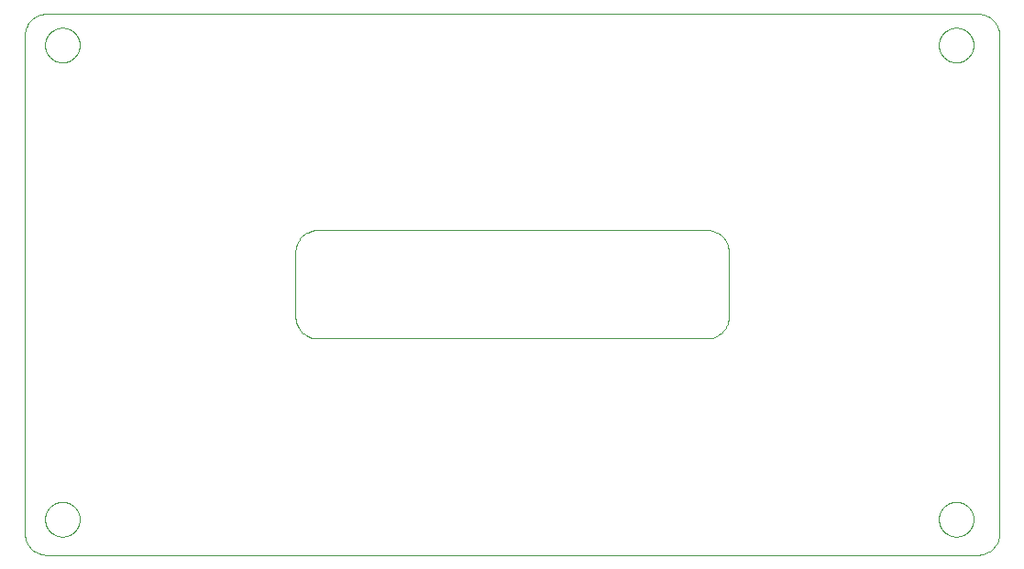
<source format=gbp>
G75*
%MOIN*%
%OFA0B0*%
%FSLAX25Y25*%
%IPPOS*%
%LPD*%
%AMOC8*
5,1,8,0,0,1.08239X$1,22.5*
%
%ADD10C,0.00000*%
%ADD11C,0.00394*%
D10*
X0010201Y0016977D02*
X0010203Y0017135D01*
X0010209Y0017293D01*
X0010219Y0017451D01*
X0010233Y0017609D01*
X0010251Y0017766D01*
X0010272Y0017923D01*
X0010298Y0018079D01*
X0010328Y0018235D01*
X0010361Y0018390D01*
X0010399Y0018543D01*
X0010440Y0018696D01*
X0010485Y0018848D01*
X0010534Y0018999D01*
X0010587Y0019148D01*
X0010643Y0019296D01*
X0010703Y0019442D01*
X0010767Y0019587D01*
X0010835Y0019730D01*
X0010906Y0019872D01*
X0010980Y0020012D01*
X0011058Y0020149D01*
X0011140Y0020285D01*
X0011224Y0020419D01*
X0011313Y0020550D01*
X0011404Y0020679D01*
X0011499Y0020806D01*
X0011596Y0020931D01*
X0011697Y0021053D01*
X0011801Y0021172D01*
X0011908Y0021289D01*
X0012018Y0021403D01*
X0012131Y0021514D01*
X0012246Y0021623D01*
X0012364Y0021728D01*
X0012485Y0021830D01*
X0012608Y0021930D01*
X0012734Y0022026D01*
X0012862Y0022119D01*
X0012992Y0022209D01*
X0013125Y0022295D01*
X0013260Y0022379D01*
X0013396Y0022458D01*
X0013535Y0022535D01*
X0013676Y0022607D01*
X0013818Y0022677D01*
X0013962Y0022742D01*
X0014108Y0022804D01*
X0014255Y0022862D01*
X0014404Y0022917D01*
X0014554Y0022968D01*
X0014705Y0023015D01*
X0014857Y0023058D01*
X0015010Y0023097D01*
X0015165Y0023133D01*
X0015320Y0023164D01*
X0015476Y0023192D01*
X0015632Y0023216D01*
X0015789Y0023236D01*
X0015947Y0023252D01*
X0016104Y0023264D01*
X0016263Y0023272D01*
X0016421Y0023276D01*
X0016579Y0023276D01*
X0016737Y0023272D01*
X0016896Y0023264D01*
X0017053Y0023252D01*
X0017211Y0023236D01*
X0017368Y0023216D01*
X0017524Y0023192D01*
X0017680Y0023164D01*
X0017835Y0023133D01*
X0017990Y0023097D01*
X0018143Y0023058D01*
X0018295Y0023015D01*
X0018446Y0022968D01*
X0018596Y0022917D01*
X0018745Y0022862D01*
X0018892Y0022804D01*
X0019038Y0022742D01*
X0019182Y0022677D01*
X0019324Y0022607D01*
X0019465Y0022535D01*
X0019604Y0022458D01*
X0019740Y0022379D01*
X0019875Y0022295D01*
X0020008Y0022209D01*
X0020138Y0022119D01*
X0020266Y0022026D01*
X0020392Y0021930D01*
X0020515Y0021830D01*
X0020636Y0021728D01*
X0020754Y0021623D01*
X0020869Y0021514D01*
X0020982Y0021403D01*
X0021092Y0021289D01*
X0021199Y0021172D01*
X0021303Y0021053D01*
X0021404Y0020931D01*
X0021501Y0020806D01*
X0021596Y0020679D01*
X0021687Y0020550D01*
X0021776Y0020419D01*
X0021860Y0020285D01*
X0021942Y0020149D01*
X0022020Y0020012D01*
X0022094Y0019872D01*
X0022165Y0019730D01*
X0022233Y0019587D01*
X0022297Y0019442D01*
X0022357Y0019296D01*
X0022413Y0019148D01*
X0022466Y0018999D01*
X0022515Y0018848D01*
X0022560Y0018696D01*
X0022601Y0018543D01*
X0022639Y0018390D01*
X0022672Y0018235D01*
X0022702Y0018079D01*
X0022728Y0017923D01*
X0022749Y0017766D01*
X0022767Y0017609D01*
X0022781Y0017451D01*
X0022791Y0017293D01*
X0022797Y0017135D01*
X0022799Y0016977D01*
X0022797Y0016819D01*
X0022791Y0016661D01*
X0022781Y0016503D01*
X0022767Y0016345D01*
X0022749Y0016188D01*
X0022728Y0016031D01*
X0022702Y0015875D01*
X0022672Y0015719D01*
X0022639Y0015564D01*
X0022601Y0015411D01*
X0022560Y0015258D01*
X0022515Y0015106D01*
X0022466Y0014955D01*
X0022413Y0014806D01*
X0022357Y0014658D01*
X0022297Y0014512D01*
X0022233Y0014367D01*
X0022165Y0014224D01*
X0022094Y0014082D01*
X0022020Y0013942D01*
X0021942Y0013805D01*
X0021860Y0013669D01*
X0021776Y0013535D01*
X0021687Y0013404D01*
X0021596Y0013275D01*
X0021501Y0013148D01*
X0021404Y0013023D01*
X0021303Y0012901D01*
X0021199Y0012782D01*
X0021092Y0012665D01*
X0020982Y0012551D01*
X0020869Y0012440D01*
X0020754Y0012331D01*
X0020636Y0012226D01*
X0020515Y0012124D01*
X0020392Y0012024D01*
X0020266Y0011928D01*
X0020138Y0011835D01*
X0020008Y0011745D01*
X0019875Y0011659D01*
X0019740Y0011575D01*
X0019604Y0011496D01*
X0019465Y0011419D01*
X0019324Y0011347D01*
X0019182Y0011277D01*
X0019038Y0011212D01*
X0018892Y0011150D01*
X0018745Y0011092D01*
X0018596Y0011037D01*
X0018446Y0010986D01*
X0018295Y0010939D01*
X0018143Y0010896D01*
X0017990Y0010857D01*
X0017835Y0010821D01*
X0017680Y0010790D01*
X0017524Y0010762D01*
X0017368Y0010738D01*
X0017211Y0010718D01*
X0017053Y0010702D01*
X0016896Y0010690D01*
X0016737Y0010682D01*
X0016579Y0010678D01*
X0016421Y0010678D01*
X0016263Y0010682D01*
X0016104Y0010690D01*
X0015947Y0010702D01*
X0015789Y0010718D01*
X0015632Y0010738D01*
X0015476Y0010762D01*
X0015320Y0010790D01*
X0015165Y0010821D01*
X0015010Y0010857D01*
X0014857Y0010896D01*
X0014705Y0010939D01*
X0014554Y0010986D01*
X0014404Y0011037D01*
X0014255Y0011092D01*
X0014108Y0011150D01*
X0013962Y0011212D01*
X0013818Y0011277D01*
X0013676Y0011347D01*
X0013535Y0011419D01*
X0013396Y0011496D01*
X0013260Y0011575D01*
X0013125Y0011659D01*
X0012992Y0011745D01*
X0012862Y0011835D01*
X0012734Y0011928D01*
X0012608Y0012024D01*
X0012485Y0012124D01*
X0012364Y0012226D01*
X0012246Y0012331D01*
X0012131Y0012440D01*
X0012018Y0012551D01*
X0011908Y0012665D01*
X0011801Y0012782D01*
X0011697Y0012901D01*
X0011596Y0013023D01*
X0011499Y0013148D01*
X0011404Y0013275D01*
X0011313Y0013404D01*
X0011224Y0013535D01*
X0011140Y0013669D01*
X0011058Y0013805D01*
X0010980Y0013942D01*
X0010906Y0014082D01*
X0010835Y0014224D01*
X0010767Y0014367D01*
X0010703Y0014512D01*
X0010643Y0014658D01*
X0010587Y0014806D01*
X0010534Y0014955D01*
X0010485Y0015106D01*
X0010440Y0015258D01*
X0010399Y0015411D01*
X0010361Y0015564D01*
X0010328Y0015719D01*
X0010298Y0015875D01*
X0010272Y0016031D01*
X0010251Y0016188D01*
X0010233Y0016345D01*
X0010219Y0016503D01*
X0010209Y0016661D01*
X0010203Y0016819D01*
X0010201Y0016977D01*
X0010201Y0189477D02*
X0010203Y0189635D01*
X0010209Y0189793D01*
X0010219Y0189951D01*
X0010233Y0190109D01*
X0010251Y0190266D01*
X0010272Y0190423D01*
X0010298Y0190579D01*
X0010328Y0190735D01*
X0010361Y0190890D01*
X0010399Y0191043D01*
X0010440Y0191196D01*
X0010485Y0191348D01*
X0010534Y0191499D01*
X0010587Y0191648D01*
X0010643Y0191796D01*
X0010703Y0191942D01*
X0010767Y0192087D01*
X0010835Y0192230D01*
X0010906Y0192372D01*
X0010980Y0192512D01*
X0011058Y0192649D01*
X0011140Y0192785D01*
X0011224Y0192919D01*
X0011313Y0193050D01*
X0011404Y0193179D01*
X0011499Y0193306D01*
X0011596Y0193431D01*
X0011697Y0193553D01*
X0011801Y0193672D01*
X0011908Y0193789D01*
X0012018Y0193903D01*
X0012131Y0194014D01*
X0012246Y0194123D01*
X0012364Y0194228D01*
X0012485Y0194330D01*
X0012608Y0194430D01*
X0012734Y0194526D01*
X0012862Y0194619D01*
X0012992Y0194709D01*
X0013125Y0194795D01*
X0013260Y0194879D01*
X0013396Y0194958D01*
X0013535Y0195035D01*
X0013676Y0195107D01*
X0013818Y0195177D01*
X0013962Y0195242D01*
X0014108Y0195304D01*
X0014255Y0195362D01*
X0014404Y0195417D01*
X0014554Y0195468D01*
X0014705Y0195515D01*
X0014857Y0195558D01*
X0015010Y0195597D01*
X0015165Y0195633D01*
X0015320Y0195664D01*
X0015476Y0195692D01*
X0015632Y0195716D01*
X0015789Y0195736D01*
X0015947Y0195752D01*
X0016104Y0195764D01*
X0016263Y0195772D01*
X0016421Y0195776D01*
X0016579Y0195776D01*
X0016737Y0195772D01*
X0016896Y0195764D01*
X0017053Y0195752D01*
X0017211Y0195736D01*
X0017368Y0195716D01*
X0017524Y0195692D01*
X0017680Y0195664D01*
X0017835Y0195633D01*
X0017990Y0195597D01*
X0018143Y0195558D01*
X0018295Y0195515D01*
X0018446Y0195468D01*
X0018596Y0195417D01*
X0018745Y0195362D01*
X0018892Y0195304D01*
X0019038Y0195242D01*
X0019182Y0195177D01*
X0019324Y0195107D01*
X0019465Y0195035D01*
X0019604Y0194958D01*
X0019740Y0194879D01*
X0019875Y0194795D01*
X0020008Y0194709D01*
X0020138Y0194619D01*
X0020266Y0194526D01*
X0020392Y0194430D01*
X0020515Y0194330D01*
X0020636Y0194228D01*
X0020754Y0194123D01*
X0020869Y0194014D01*
X0020982Y0193903D01*
X0021092Y0193789D01*
X0021199Y0193672D01*
X0021303Y0193553D01*
X0021404Y0193431D01*
X0021501Y0193306D01*
X0021596Y0193179D01*
X0021687Y0193050D01*
X0021776Y0192919D01*
X0021860Y0192785D01*
X0021942Y0192649D01*
X0022020Y0192512D01*
X0022094Y0192372D01*
X0022165Y0192230D01*
X0022233Y0192087D01*
X0022297Y0191942D01*
X0022357Y0191796D01*
X0022413Y0191648D01*
X0022466Y0191499D01*
X0022515Y0191348D01*
X0022560Y0191196D01*
X0022601Y0191043D01*
X0022639Y0190890D01*
X0022672Y0190735D01*
X0022702Y0190579D01*
X0022728Y0190423D01*
X0022749Y0190266D01*
X0022767Y0190109D01*
X0022781Y0189951D01*
X0022791Y0189793D01*
X0022797Y0189635D01*
X0022799Y0189477D01*
X0022797Y0189319D01*
X0022791Y0189161D01*
X0022781Y0189003D01*
X0022767Y0188845D01*
X0022749Y0188688D01*
X0022728Y0188531D01*
X0022702Y0188375D01*
X0022672Y0188219D01*
X0022639Y0188064D01*
X0022601Y0187911D01*
X0022560Y0187758D01*
X0022515Y0187606D01*
X0022466Y0187455D01*
X0022413Y0187306D01*
X0022357Y0187158D01*
X0022297Y0187012D01*
X0022233Y0186867D01*
X0022165Y0186724D01*
X0022094Y0186582D01*
X0022020Y0186442D01*
X0021942Y0186305D01*
X0021860Y0186169D01*
X0021776Y0186035D01*
X0021687Y0185904D01*
X0021596Y0185775D01*
X0021501Y0185648D01*
X0021404Y0185523D01*
X0021303Y0185401D01*
X0021199Y0185282D01*
X0021092Y0185165D01*
X0020982Y0185051D01*
X0020869Y0184940D01*
X0020754Y0184831D01*
X0020636Y0184726D01*
X0020515Y0184624D01*
X0020392Y0184524D01*
X0020266Y0184428D01*
X0020138Y0184335D01*
X0020008Y0184245D01*
X0019875Y0184159D01*
X0019740Y0184075D01*
X0019604Y0183996D01*
X0019465Y0183919D01*
X0019324Y0183847D01*
X0019182Y0183777D01*
X0019038Y0183712D01*
X0018892Y0183650D01*
X0018745Y0183592D01*
X0018596Y0183537D01*
X0018446Y0183486D01*
X0018295Y0183439D01*
X0018143Y0183396D01*
X0017990Y0183357D01*
X0017835Y0183321D01*
X0017680Y0183290D01*
X0017524Y0183262D01*
X0017368Y0183238D01*
X0017211Y0183218D01*
X0017053Y0183202D01*
X0016896Y0183190D01*
X0016737Y0183182D01*
X0016579Y0183178D01*
X0016421Y0183178D01*
X0016263Y0183182D01*
X0016104Y0183190D01*
X0015947Y0183202D01*
X0015789Y0183218D01*
X0015632Y0183238D01*
X0015476Y0183262D01*
X0015320Y0183290D01*
X0015165Y0183321D01*
X0015010Y0183357D01*
X0014857Y0183396D01*
X0014705Y0183439D01*
X0014554Y0183486D01*
X0014404Y0183537D01*
X0014255Y0183592D01*
X0014108Y0183650D01*
X0013962Y0183712D01*
X0013818Y0183777D01*
X0013676Y0183847D01*
X0013535Y0183919D01*
X0013396Y0183996D01*
X0013260Y0184075D01*
X0013125Y0184159D01*
X0012992Y0184245D01*
X0012862Y0184335D01*
X0012734Y0184428D01*
X0012608Y0184524D01*
X0012485Y0184624D01*
X0012364Y0184726D01*
X0012246Y0184831D01*
X0012131Y0184940D01*
X0012018Y0185051D01*
X0011908Y0185165D01*
X0011801Y0185282D01*
X0011697Y0185401D01*
X0011596Y0185523D01*
X0011499Y0185648D01*
X0011404Y0185775D01*
X0011313Y0185904D01*
X0011224Y0186035D01*
X0011140Y0186169D01*
X0011058Y0186305D01*
X0010980Y0186442D01*
X0010906Y0186582D01*
X0010835Y0186724D01*
X0010767Y0186867D01*
X0010703Y0187012D01*
X0010643Y0187158D01*
X0010587Y0187306D01*
X0010534Y0187455D01*
X0010485Y0187606D01*
X0010440Y0187758D01*
X0010399Y0187911D01*
X0010361Y0188064D01*
X0010328Y0188219D01*
X0010298Y0188375D01*
X0010272Y0188531D01*
X0010251Y0188688D01*
X0010233Y0188845D01*
X0010219Y0189003D01*
X0010209Y0189161D01*
X0010203Y0189319D01*
X0010201Y0189477D01*
X0335201Y0189477D02*
X0335203Y0189635D01*
X0335209Y0189793D01*
X0335219Y0189951D01*
X0335233Y0190109D01*
X0335251Y0190266D01*
X0335272Y0190423D01*
X0335298Y0190579D01*
X0335328Y0190735D01*
X0335361Y0190890D01*
X0335399Y0191043D01*
X0335440Y0191196D01*
X0335485Y0191348D01*
X0335534Y0191499D01*
X0335587Y0191648D01*
X0335643Y0191796D01*
X0335703Y0191942D01*
X0335767Y0192087D01*
X0335835Y0192230D01*
X0335906Y0192372D01*
X0335980Y0192512D01*
X0336058Y0192649D01*
X0336140Y0192785D01*
X0336224Y0192919D01*
X0336313Y0193050D01*
X0336404Y0193179D01*
X0336499Y0193306D01*
X0336596Y0193431D01*
X0336697Y0193553D01*
X0336801Y0193672D01*
X0336908Y0193789D01*
X0337018Y0193903D01*
X0337131Y0194014D01*
X0337246Y0194123D01*
X0337364Y0194228D01*
X0337485Y0194330D01*
X0337608Y0194430D01*
X0337734Y0194526D01*
X0337862Y0194619D01*
X0337992Y0194709D01*
X0338125Y0194795D01*
X0338260Y0194879D01*
X0338396Y0194958D01*
X0338535Y0195035D01*
X0338676Y0195107D01*
X0338818Y0195177D01*
X0338962Y0195242D01*
X0339108Y0195304D01*
X0339255Y0195362D01*
X0339404Y0195417D01*
X0339554Y0195468D01*
X0339705Y0195515D01*
X0339857Y0195558D01*
X0340010Y0195597D01*
X0340165Y0195633D01*
X0340320Y0195664D01*
X0340476Y0195692D01*
X0340632Y0195716D01*
X0340789Y0195736D01*
X0340947Y0195752D01*
X0341104Y0195764D01*
X0341263Y0195772D01*
X0341421Y0195776D01*
X0341579Y0195776D01*
X0341737Y0195772D01*
X0341896Y0195764D01*
X0342053Y0195752D01*
X0342211Y0195736D01*
X0342368Y0195716D01*
X0342524Y0195692D01*
X0342680Y0195664D01*
X0342835Y0195633D01*
X0342990Y0195597D01*
X0343143Y0195558D01*
X0343295Y0195515D01*
X0343446Y0195468D01*
X0343596Y0195417D01*
X0343745Y0195362D01*
X0343892Y0195304D01*
X0344038Y0195242D01*
X0344182Y0195177D01*
X0344324Y0195107D01*
X0344465Y0195035D01*
X0344604Y0194958D01*
X0344740Y0194879D01*
X0344875Y0194795D01*
X0345008Y0194709D01*
X0345138Y0194619D01*
X0345266Y0194526D01*
X0345392Y0194430D01*
X0345515Y0194330D01*
X0345636Y0194228D01*
X0345754Y0194123D01*
X0345869Y0194014D01*
X0345982Y0193903D01*
X0346092Y0193789D01*
X0346199Y0193672D01*
X0346303Y0193553D01*
X0346404Y0193431D01*
X0346501Y0193306D01*
X0346596Y0193179D01*
X0346687Y0193050D01*
X0346776Y0192919D01*
X0346860Y0192785D01*
X0346942Y0192649D01*
X0347020Y0192512D01*
X0347094Y0192372D01*
X0347165Y0192230D01*
X0347233Y0192087D01*
X0347297Y0191942D01*
X0347357Y0191796D01*
X0347413Y0191648D01*
X0347466Y0191499D01*
X0347515Y0191348D01*
X0347560Y0191196D01*
X0347601Y0191043D01*
X0347639Y0190890D01*
X0347672Y0190735D01*
X0347702Y0190579D01*
X0347728Y0190423D01*
X0347749Y0190266D01*
X0347767Y0190109D01*
X0347781Y0189951D01*
X0347791Y0189793D01*
X0347797Y0189635D01*
X0347799Y0189477D01*
X0347797Y0189319D01*
X0347791Y0189161D01*
X0347781Y0189003D01*
X0347767Y0188845D01*
X0347749Y0188688D01*
X0347728Y0188531D01*
X0347702Y0188375D01*
X0347672Y0188219D01*
X0347639Y0188064D01*
X0347601Y0187911D01*
X0347560Y0187758D01*
X0347515Y0187606D01*
X0347466Y0187455D01*
X0347413Y0187306D01*
X0347357Y0187158D01*
X0347297Y0187012D01*
X0347233Y0186867D01*
X0347165Y0186724D01*
X0347094Y0186582D01*
X0347020Y0186442D01*
X0346942Y0186305D01*
X0346860Y0186169D01*
X0346776Y0186035D01*
X0346687Y0185904D01*
X0346596Y0185775D01*
X0346501Y0185648D01*
X0346404Y0185523D01*
X0346303Y0185401D01*
X0346199Y0185282D01*
X0346092Y0185165D01*
X0345982Y0185051D01*
X0345869Y0184940D01*
X0345754Y0184831D01*
X0345636Y0184726D01*
X0345515Y0184624D01*
X0345392Y0184524D01*
X0345266Y0184428D01*
X0345138Y0184335D01*
X0345008Y0184245D01*
X0344875Y0184159D01*
X0344740Y0184075D01*
X0344604Y0183996D01*
X0344465Y0183919D01*
X0344324Y0183847D01*
X0344182Y0183777D01*
X0344038Y0183712D01*
X0343892Y0183650D01*
X0343745Y0183592D01*
X0343596Y0183537D01*
X0343446Y0183486D01*
X0343295Y0183439D01*
X0343143Y0183396D01*
X0342990Y0183357D01*
X0342835Y0183321D01*
X0342680Y0183290D01*
X0342524Y0183262D01*
X0342368Y0183238D01*
X0342211Y0183218D01*
X0342053Y0183202D01*
X0341896Y0183190D01*
X0341737Y0183182D01*
X0341579Y0183178D01*
X0341421Y0183178D01*
X0341263Y0183182D01*
X0341104Y0183190D01*
X0340947Y0183202D01*
X0340789Y0183218D01*
X0340632Y0183238D01*
X0340476Y0183262D01*
X0340320Y0183290D01*
X0340165Y0183321D01*
X0340010Y0183357D01*
X0339857Y0183396D01*
X0339705Y0183439D01*
X0339554Y0183486D01*
X0339404Y0183537D01*
X0339255Y0183592D01*
X0339108Y0183650D01*
X0338962Y0183712D01*
X0338818Y0183777D01*
X0338676Y0183847D01*
X0338535Y0183919D01*
X0338396Y0183996D01*
X0338260Y0184075D01*
X0338125Y0184159D01*
X0337992Y0184245D01*
X0337862Y0184335D01*
X0337734Y0184428D01*
X0337608Y0184524D01*
X0337485Y0184624D01*
X0337364Y0184726D01*
X0337246Y0184831D01*
X0337131Y0184940D01*
X0337018Y0185051D01*
X0336908Y0185165D01*
X0336801Y0185282D01*
X0336697Y0185401D01*
X0336596Y0185523D01*
X0336499Y0185648D01*
X0336404Y0185775D01*
X0336313Y0185904D01*
X0336224Y0186035D01*
X0336140Y0186169D01*
X0336058Y0186305D01*
X0335980Y0186442D01*
X0335906Y0186582D01*
X0335835Y0186724D01*
X0335767Y0186867D01*
X0335703Y0187012D01*
X0335643Y0187158D01*
X0335587Y0187306D01*
X0335534Y0187455D01*
X0335485Y0187606D01*
X0335440Y0187758D01*
X0335399Y0187911D01*
X0335361Y0188064D01*
X0335328Y0188219D01*
X0335298Y0188375D01*
X0335272Y0188531D01*
X0335251Y0188688D01*
X0335233Y0188845D01*
X0335219Y0189003D01*
X0335209Y0189161D01*
X0335203Y0189319D01*
X0335201Y0189477D01*
X0335201Y0016977D02*
X0335203Y0017135D01*
X0335209Y0017293D01*
X0335219Y0017451D01*
X0335233Y0017609D01*
X0335251Y0017766D01*
X0335272Y0017923D01*
X0335298Y0018079D01*
X0335328Y0018235D01*
X0335361Y0018390D01*
X0335399Y0018543D01*
X0335440Y0018696D01*
X0335485Y0018848D01*
X0335534Y0018999D01*
X0335587Y0019148D01*
X0335643Y0019296D01*
X0335703Y0019442D01*
X0335767Y0019587D01*
X0335835Y0019730D01*
X0335906Y0019872D01*
X0335980Y0020012D01*
X0336058Y0020149D01*
X0336140Y0020285D01*
X0336224Y0020419D01*
X0336313Y0020550D01*
X0336404Y0020679D01*
X0336499Y0020806D01*
X0336596Y0020931D01*
X0336697Y0021053D01*
X0336801Y0021172D01*
X0336908Y0021289D01*
X0337018Y0021403D01*
X0337131Y0021514D01*
X0337246Y0021623D01*
X0337364Y0021728D01*
X0337485Y0021830D01*
X0337608Y0021930D01*
X0337734Y0022026D01*
X0337862Y0022119D01*
X0337992Y0022209D01*
X0338125Y0022295D01*
X0338260Y0022379D01*
X0338396Y0022458D01*
X0338535Y0022535D01*
X0338676Y0022607D01*
X0338818Y0022677D01*
X0338962Y0022742D01*
X0339108Y0022804D01*
X0339255Y0022862D01*
X0339404Y0022917D01*
X0339554Y0022968D01*
X0339705Y0023015D01*
X0339857Y0023058D01*
X0340010Y0023097D01*
X0340165Y0023133D01*
X0340320Y0023164D01*
X0340476Y0023192D01*
X0340632Y0023216D01*
X0340789Y0023236D01*
X0340947Y0023252D01*
X0341104Y0023264D01*
X0341263Y0023272D01*
X0341421Y0023276D01*
X0341579Y0023276D01*
X0341737Y0023272D01*
X0341896Y0023264D01*
X0342053Y0023252D01*
X0342211Y0023236D01*
X0342368Y0023216D01*
X0342524Y0023192D01*
X0342680Y0023164D01*
X0342835Y0023133D01*
X0342990Y0023097D01*
X0343143Y0023058D01*
X0343295Y0023015D01*
X0343446Y0022968D01*
X0343596Y0022917D01*
X0343745Y0022862D01*
X0343892Y0022804D01*
X0344038Y0022742D01*
X0344182Y0022677D01*
X0344324Y0022607D01*
X0344465Y0022535D01*
X0344604Y0022458D01*
X0344740Y0022379D01*
X0344875Y0022295D01*
X0345008Y0022209D01*
X0345138Y0022119D01*
X0345266Y0022026D01*
X0345392Y0021930D01*
X0345515Y0021830D01*
X0345636Y0021728D01*
X0345754Y0021623D01*
X0345869Y0021514D01*
X0345982Y0021403D01*
X0346092Y0021289D01*
X0346199Y0021172D01*
X0346303Y0021053D01*
X0346404Y0020931D01*
X0346501Y0020806D01*
X0346596Y0020679D01*
X0346687Y0020550D01*
X0346776Y0020419D01*
X0346860Y0020285D01*
X0346942Y0020149D01*
X0347020Y0020012D01*
X0347094Y0019872D01*
X0347165Y0019730D01*
X0347233Y0019587D01*
X0347297Y0019442D01*
X0347357Y0019296D01*
X0347413Y0019148D01*
X0347466Y0018999D01*
X0347515Y0018848D01*
X0347560Y0018696D01*
X0347601Y0018543D01*
X0347639Y0018390D01*
X0347672Y0018235D01*
X0347702Y0018079D01*
X0347728Y0017923D01*
X0347749Y0017766D01*
X0347767Y0017609D01*
X0347781Y0017451D01*
X0347791Y0017293D01*
X0347797Y0017135D01*
X0347799Y0016977D01*
X0347797Y0016819D01*
X0347791Y0016661D01*
X0347781Y0016503D01*
X0347767Y0016345D01*
X0347749Y0016188D01*
X0347728Y0016031D01*
X0347702Y0015875D01*
X0347672Y0015719D01*
X0347639Y0015564D01*
X0347601Y0015411D01*
X0347560Y0015258D01*
X0347515Y0015106D01*
X0347466Y0014955D01*
X0347413Y0014806D01*
X0347357Y0014658D01*
X0347297Y0014512D01*
X0347233Y0014367D01*
X0347165Y0014224D01*
X0347094Y0014082D01*
X0347020Y0013942D01*
X0346942Y0013805D01*
X0346860Y0013669D01*
X0346776Y0013535D01*
X0346687Y0013404D01*
X0346596Y0013275D01*
X0346501Y0013148D01*
X0346404Y0013023D01*
X0346303Y0012901D01*
X0346199Y0012782D01*
X0346092Y0012665D01*
X0345982Y0012551D01*
X0345869Y0012440D01*
X0345754Y0012331D01*
X0345636Y0012226D01*
X0345515Y0012124D01*
X0345392Y0012024D01*
X0345266Y0011928D01*
X0345138Y0011835D01*
X0345008Y0011745D01*
X0344875Y0011659D01*
X0344740Y0011575D01*
X0344604Y0011496D01*
X0344465Y0011419D01*
X0344324Y0011347D01*
X0344182Y0011277D01*
X0344038Y0011212D01*
X0343892Y0011150D01*
X0343745Y0011092D01*
X0343596Y0011037D01*
X0343446Y0010986D01*
X0343295Y0010939D01*
X0343143Y0010896D01*
X0342990Y0010857D01*
X0342835Y0010821D01*
X0342680Y0010790D01*
X0342524Y0010762D01*
X0342368Y0010738D01*
X0342211Y0010718D01*
X0342053Y0010702D01*
X0341896Y0010690D01*
X0341737Y0010682D01*
X0341579Y0010678D01*
X0341421Y0010678D01*
X0341263Y0010682D01*
X0341104Y0010690D01*
X0340947Y0010702D01*
X0340789Y0010718D01*
X0340632Y0010738D01*
X0340476Y0010762D01*
X0340320Y0010790D01*
X0340165Y0010821D01*
X0340010Y0010857D01*
X0339857Y0010896D01*
X0339705Y0010939D01*
X0339554Y0010986D01*
X0339404Y0011037D01*
X0339255Y0011092D01*
X0339108Y0011150D01*
X0338962Y0011212D01*
X0338818Y0011277D01*
X0338676Y0011347D01*
X0338535Y0011419D01*
X0338396Y0011496D01*
X0338260Y0011575D01*
X0338125Y0011659D01*
X0337992Y0011745D01*
X0337862Y0011835D01*
X0337734Y0011928D01*
X0337608Y0012024D01*
X0337485Y0012124D01*
X0337364Y0012226D01*
X0337246Y0012331D01*
X0337131Y0012440D01*
X0337018Y0012551D01*
X0336908Y0012665D01*
X0336801Y0012782D01*
X0336697Y0012901D01*
X0336596Y0013023D01*
X0336499Y0013148D01*
X0336404Y0013275D01*
X0336313Y0013404D01*
X0336224Y0013535D01*
X0336140Y0013669D01*
X0336058Y0013805D01*
X0335980Y0013942D01*
X0335906Y0014082D01*
X0335835Y0014224D01*
X0335767Y0014367D01*
X0335703Y0014512D01*
X0335643Y0014658D01*
X0335587Y0014806D01*
X0335534Y0014955D01*
X0335485Y0015106D01*
X0335440Y0015258D01*
X0335399Y0015411D01*
X0335361Y0015564D01*
X0335328Y0015719D01*
X0335298Y0015875D01*
X0335272Y0016031D01*
X0335251Y0016188D01*
X0335233Y0016345D01*
X0335219Y0016503D01*
X0335209Y0016661D01*
X0335203Y0016819D01*
X0335201Y0016977D01*
D11*
X0005559Y0005972D02*
X0004845Y0006685D01*
X0004522Y0007076D01*
X0004238Y0007495D01*
X0003955Y0007914D01*
X0003710Y0008362D01*
X0003310Y0009303D01*
X0003155Y0009797D01*
X0003050Y0010308D01*
X0002944Y0010819D01*
X0002889Y0011348D01*
X0002889Y0193533D01*
X0002944Y0194062D01*
X0003050Y0194574D01*
X0003155Y0195085D01*
X0003310Y0195579D01*
X0003510Y0196049D01*
X0003710Y0196520D01*
X0003955Y0196967D01*
X0004238Y0197387D01*
X0004522Y0197806D01*
X0004845Y0198196D01*
X0005559Y0198910D01*
X0005949Y0199233D01*
X0006368Y0199517D01*
X0006787Y0199800D01*
X0007235Y0200045D01*
X0008176Y0200445D01*
X0008670Y0200600D01*
X0009181Y0200705D01*
X0009693Y0200811D01*
X0010222Y0200866D01*
X0349887Y0200866D01*
X0350416Y0200811D01*
X0350927Y0200705D01*
X0351439Y0200600D01*
X0351932Y0200445D01*
X0352873Y0200045D01*
X0353321Y0199800D01*
X0353740Y0199517D01*
X0354159Y0199233D01*
X0354550Y0198910D01*
X0355263Y0198196D01*
X0355586Y0197806D01*
X0356154Y0196967D01*
X0356398Y0196520D01*
X0356598Y0196049D01*
X0356798Y0195579D01*
X0356954Y0195085D01*
X0357059Y0194574D01*
X0357164Y0194062D01*
X0357220Y0193533D01*
X0357220Y0011348D01*
X0357164Y0010819D01*
X0357059Y0010308D01*
X0356954Y0009797D01*
X0356798Y0009303D01*
X0356398Y0008362D01*
X0356154Y0007914D01*
X0355870Y0007495D01*
X0355586Y0007076D01*
X0355263Y0006685D01*
X0354550Y0005972D01*
X0354159Y0005649D01*
X0353740Y0005365D01*
X0353321Y0005081D01*
X0352873Y0004837D01*
X0351932Y0004437D01*
X0351439Y0004282D01*
X0350927Y0004176D01*
X0350416Y0004071D01*
X0349887Y0004016D01*
X0010222Y0004016D01*
X0009693Y0004071D01*
X0009181Y0004176D01*
X0008670Y0004282D01*
X0008176Y0004437D01*
X0007235Y0004837D01*
X0006787Y0005081D01*
X0006368Y0005365D01*
X0005949Y0005649D01*
X0005559Y0005972D01*
X0103984Y0084712D02*
X0104374Y0084389D01*
X0104794Y0084105D01*
X0105213Y0083822D01*
X0105660Y0083577D01*
X0106601Y0083177D01*
X0107095Y0083022D01*
X0107606Y0082917D01*
X0108118Y0082811D01*
X0108647Y0082756D01*
X0251462Y0082756D01*
X0251991Y0082811D01*
X0252502Y0082917D01*
X0253013Y0083022D01*
X0253507Y0083177D01*
X0254448Y0083577D01*
X0254896Y0083822D01*
X0255315Y0084105D01*
X0255734Y0084389D01*
X0256125Y0084712D01*
X0256838Y0085426D01*
X0257161Y0085816D01*
X0257445Y0086235D01*
X0257729Y0086654D01*
X0257973Y0087102D01*
X0258373Y0088043D01*
X0258528Y0088537D01*
X0258634Y0089048D01*
X0258739Y0089559D01*
X0258794Y0090088D01*
X0258794Y0114793D01*
X0258739Y0115322D01*
X0258634Y0115834D01*
X0258528Y0116345D01*
X0258373Y0116839D01*
X0257973Y0117780D01*
X0257729Y0118227D01*
X0257445Y0118646D01*
X0257161Y0119065D01*
X0256838Y0119456D01*
X0256125Y0120170D01*
X0255734Y0120493D01*
X0255315Y0120776D01*
X0254896Y0121060D01*
X0254448Y0121305D01*
X0253507Y0121705D01*
X0253013Y0121860D01*
X0252502Y0121965D01*
X0251991Y0122071D01*
X0251462Y0122126D01*
X0108647Y0122126D01*
X0108118Y0122071D01*
X0107606Y0121965D01*
X0107095Y0121860D01*
X0106601Y0121705D01*
X0105660Y0121305D01*
X0105213Y0121060D01*
X0104794Y0120776D01*
X0104374Y0120493D01*
X0103984Y0120170D01*
X0103270Y0119456D01*
X0102947Y0119065D01*
X0102664Y0118646D01*
X0102380Y0118227D01*
X0102135Y0117780D01*
X0101735Y0116839D01*
X0101580Y0116345D01*
X0101475Y0115834D01*
X0101369Y0115322D01*
X0101314Y0114793D01*
X0101314Y0090088D01*
X0101369Y0089559D01*
X0101475Y0089048D01*
X0101580Y0088537D01*
X0101735Y0088043D01*
X0102135Y0087102D01*
X0102380Y0086654D01*
X0102664Y0086235D01*
X0102947Y0085816D01*
X0103270Y0085426D01*
X0103984Y0084712D01*
M02*

</source>
